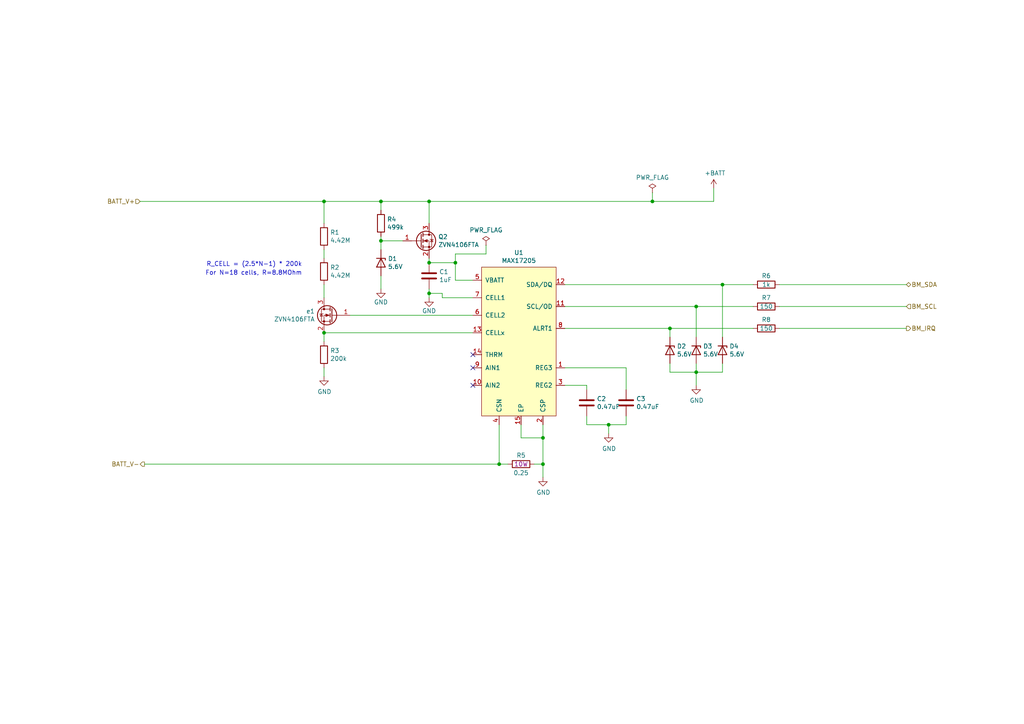
<source format=kicad_sch>
(kicad_sch (version 20230121) (generator eeschema)
  (paper "A4")
  (title_block (date "2020-06-17") (rev "R0.1") (comment 1 "Design by: Matt Casari"))
  (lib_symbols
    (symbol "Device:C" (pin_numbers hide) (pin_names (offset 0.254))
      (property "Reference" "C" (at 0.635 2.54 0))
      (property "Value" "C" (at 0.635 -2.54 0))
      (symbol "C_0_1"
        (polyline (pts (xy -2.032 -0.762) (xy 2.032 -0.762)) (stroke (width 0.508)))
        (polyline (pts (xy -2.032 0.762) (xy 2.032 0.762)) (stroke (width 0.508)))
      )
      (symbol "C_1_1"
        (pin passive line (at 0 3.81 270) (length 2.794) (name "~") (number "1"))
        (pin passive line (at 0 -3.81 90) (length 2.794) (name "~") (number "2"))
      )
    )
    (symbol "Device:D_Zener" (pin_numbers hide) (pin_names (offset 1.016) hide)
      (property "Reference" "D" (at 0 2.54 0))
      (property "Value" "D_Zener" (at 0 -2.54 0))
      (symbol "D_Zener_0_1"
        (polyline (pts (xy 1.27 0) (xy -1.27 0)))
        (polyline (pts (xy -1.27 -1.27) (xy -1.27 1.27) (xy -0.762 1.27)) (stroke (width 0.254)))
        (polyline (pts (xy 1.27 -1.27) (xy 1.27 1.27) (xy -1.27 0) (xy 1.27 -1.27)) (stroke (width 0.254)))
      )
      (symbol "D_Zener_1_1"
        (pin passive line (at -3.81 0 0) (length 2.54) (name "K") (number "1"))
        (pin passive line (at 3.81 0 180) (length 2.54) (name "A") (number "2"))
      )
    )
    (symbol "Device:R" (pin_numbers hide) (pin_names (offset 0))
      (property "Reference" "R" (at 2.032 0 90))
      (property "Value" "R" (at 0 0 90))
      (symbol "R_0_1"
        (rectangle (start -1.016 -2.54) (end 1.016 2.54) (stroke (width 0.254)))
      )
      (symbol "R_1_1"
        (pin passive line (at 0 3.81 270) (length 1.27) (name "~") (number "1"))
        (pin passive line (at 0 -3.81 90) (length 1.27) (name "~") (number "2"))
      )
    )
    (symbol "PMEL_BatteryManagement:MAX17205" (pin_names (offset 1.016))
      (property "Reference" "U" (at 5.08 17.78 0))
      (property "Value" "MAX17205" (at -6.35 17.78 0))
      (symbol "MAX17205_0_0"
        (pin power_out line (at 12.7 -12.7 180) (length 2.54) (name "REG3") (number "1"))
        (pin input line (at -13.97 -17.78 0) (length 2.54) (name "AIN2") (number "10"))
        (pin input line (at 12.7 5.08 180) (length 2.54) (name "SCL/OD") (number "11"))
        (pin bidirectional line (at 12.7 11.43 180) (length 2.54) (name "SDA/DQ") (number "12"))
        (pin passive line (at -13.97 -2.54 0) (length 2.54) (name "CELLx") (number "13"))
        (pin passive line (at -13.97 -8.89 0) (length 2.54) (name "THRM") (number "14"))
        (pin power_in line (at 0 -29.21 90) (length 2.54) (name "EP") (number "15"))
        (pin input line (at 6.35 -29.21 90) (length 2.54) (name "CSP") (number "2"))
        (pin power_out line (at 12.7 -17.78 180) (length 2.54) (name "REG2") (number "3"))
        (pin power_in line (at -6.35 -29.21 90) (length 2.54) (name "CSN") (number "4"))
        (pin power_in line (at -13.97 12.7 0) (length 2.54) (name "VBATT") (number "5"))
        (pin passive line (at -13.97 2.54 0) (length 2.54) (name "CELL2") (number "6"))
        (pin passive line (at -13.97 7.62 0) (length 2.54) (name "CELL1") (number "7"))
        (pin output line (at 12.7 -1.27 180) (length 2.54) (name "ALRT1") (number "8"))
        (pin input line (at -13.97 -12.7 0) (length 2.54) (name "AIN1") (number "9"))
      )
      (symbol "MAX17205_0_1"
        (rectangle (start -11.43 16.51) (end 10.16 -26.67) (fill (type background)))
      )
    )
    (symbol "Transistor_FET:2N7002" (pin_names hide)
      (property "Reference" "Q" (at 5.08 1.905 0))
      (property "Value" "2N7002" (at 5.08 0 0))
      (symbol "2N7002_0_1"
        (polyline (pts (xy 0.254 0) (xy -2.54 0)))
        (polyline (pts (xy 0.254 1.905) (xy 0.254 -1.905)) (stroke (width 0.254)))
        (polyline (pts (xy 0.762 -1.27) (xy 0.762 -2.286)) (stroke (width 0.254)))
        (polyline (pts (xy 0.762 0.508) (xy 0.762 -0.508)) (stroke (width 0.254)))
        (polyline (pts (xy 0.762 2.286) (xy 0.762 1.27)) (stroke (width 0.254)))
        (polyline (pts (xy 2.54 2.54) (xy 2.54 1.778)))
        (polyline (pts (xy 2.54 -2.54) (xy 2.54 0) (xy 0.762 0)))
        (polyline (pts (xy 0.762 -1.778) (xy 3.302 -1.778) (xy 3.302 1.778) (xy 0.762 1.778)))
        (polyline (pts (xy 1.016 0) (xy 2.032 0.381) (xy 2.032 -0.381) (xy 1.016 0)) (fill (type outline)))
        (polyline (pts (xy 2.794 0.508) (xy 2.921 0.381) (xy 3.683 0.381) (xy 3.81 0.254)))
        (polyline (pts (xy 3.302 0.381) (xy 2.921 -0.254) (xy 3.683 -0.254) (xy 3.302 0.381)))
        (circle (center 1.651 0) (radius 2.794) (stroke (width 0.254)))
        (circle (center 2.54 -1.778) (radius 0.254) (fill (type outline)))
        (circle (center 2.54 1.778) (radius 0.254) (fill (type outline)))
      )
      (symbol "2N7002_1_1"
        (pin input line (at -5.08 0 0) (length 2.54) (name "G") (number "1"))
        (pin passive line (at 2.54 -5.08 90) (length 2.54) (name "S") (number "2"))
        (pin passive line (at 2.54 5.08 270) (length 2.54) (name "D") (number "3"))
      )
    )
    (symbol "power:+BATT" (power) (pin_names (offset 0))
      (property "Value" "+BATT" (at 0 3.556 0))
      (symbol "+BATT_0_1"
        (polyline (pts (xy -0.762 1.27) (xy 0 2.54)))
        (polyline (pts (xy 0 0) (xy 0 2.54)))
        (polyline (pts (xy 0 2.54) (xy 0.762 1.27)))
      )
      (symbol "+BATT_1_1"
        (pin power_in line (at 0 0 90) (length 0) hide (name "+BATT") (number "1"))
      )
    )
    (symbol "power:GND" (power) (pin_names (offset 0))
      (property "Value" "GND" (at 0 -3.81 0))
      (symbol "GND_0_1"
        (polyline (pts (xy 0 0) (xy 0 -1.27) (xy 1.27 -1.27) (xy 0 -2.54) (xy -1.27 -1.27) (xy 0 -1.27)))
      )
      (symbol "GND_1_1"
        (pin power_in line (at 0 0 270) (length 0) hide (name "GND") (number "1"))
      )
    )
    (symbol "power:PWR_FLAG" (power) (pin_numbers hide) (pin_names (offset 0) hide)
      (property "Value" "PWR_FLAG" (at 0 3.81 0))
      (symbol "PWR_FLAG_0_0"
        (pin power_out line (at 0 0 90) (length 0) (name "pwr") (number "1"))
      )
      (symbol "PWR_FLAG_0_1"
        (polyline (pts (xy 0 0) (xy 0 1.27) (xy -1.016 1.905) (xy 0 2.54) (xy 1.016 1.905) (xy 0 1.27)))
      )
    )
  )
  (junction (at 209.55 82.55))
  (junction (at 93.98 58.42))
  (junction (at 144.78 134.62))
  (junction (at 132.08 76.2))
  (junction (at 176.53 123.19))
  (junction (at 201.93 107.95))
  (junction (at 110.49 58.42))
  (junction (at 124.46 58.42))
  (junction (at 110.49 69.85))
  (junction (at 157.48 134.62))
  (junction (at 93.98 96.52))
  (junction (at 157.48 127))
  (junction (at 194.31 95.25))
  (junction (at 124.46 85.09))
  (junction (at 189.23 58.42))
  (junction (at 124.46 76.2))
  (junction (at 201.93 88.9))
  (no_connect (at 137.16 111.76))
  (no_connect (at 137.16 106.68))
  (no_connect (at 137.16 102.87))
  (wire (pts (xy 124.46 58.42) (xy 189.23 58.42)))
  (wire (pts (xy 132.08 73.66) (xy 140.97 73.66)))
  (wire (pts (xy 128.27 85.09) (xy 124.46 85.09)))
  (wire (pts (xy 218.44 88.9) (xy 201.93 88.9)))
  (wire (pts (xy 124.46 85.09) (xy 124.46 83.82)))
  (wire (pts (xy 93.98 99.06) (xy 93.98 96.52)))
  (wire (pts (xy 189.23 58.42) (xy 207.01 58.42)))
  (wire (pts (xy 137.16 86.36) (xy 128.27 86.36)))
  (wire (pts (xy 209.55 105.41) (xy 209.55 107.95)))
  (wire (pts (xy 194.31 105.41) (xy 194.31 107.95)))
  (wire (pts (xy 209.55 107.95) (xy 201.93 107.95)))
  (wire (pts (xy 181.61 106.68) (xy 181.61 113.03)))
  (wire (pts (xy 93.98 74.93) (xy 93.98 72.39)))
  (wire (pts (xy 124.46 76.2) (xy 124.46 74.93)))
  (wire (pts (xy 132.08 81.28) (xy 132.08 76.2)))
  (wire (pts (xy 144.78 123.19) (xy 144.78 134.62)))
  (wire (pts (xy 170.18 123.19) (xy 170.18 120.65)))
  (wire (pts (xy 176.53 123.19) (xy 181.61 123.19)))
  (wire (pts (xy 218.44 95.25) (xy 194.31 95.25)))
  (wire (pts (xy 201.93 107.95) (xy 201.93 105.41)))
  (wire (pts (xy 207.01 58.42) (xy 207.01 54.61)))
  (wire (pts (xy 137.16 96.52) (xy 93.98 96.52)))
  (wire (pts (xy 170.18 111.76) (xy 163.83 111.76)))
  (wire (pts (xy 194.31 107.95) (xy 201.93 107.95)))
  (wire (pts (xy 163.83 82.55) (xy 209.55 82.55)))
  (wire (pts (xy 132.08 76.2) (xy 124.46 76.2)))
  (wire (pts (xy 151.13 123.19) (xy 151.13 127)))
  (wire (pts (xy 41.91 134.62) (xy 144.78 134.62)))
  (wire (pts (xy 163.83 106.68) (xy 181.61 106.68)))
  (wire (pts (xy 93.98 58.42) (xy 110.49 58.42)))
  (wire (pts (xy 140.97 71.12) (xy 140.97 73.66)))
  (wire (pts (xy 110.49 58.42) (xy 124.46 58.42)))
  (wire (pts (xy 151.13 127) (xy 157.48 127)))
  (wire (pts (xy 110.49 69.85) (xy 110.49 68.58)))
  (wire (pts (xy 226.06 82.55) (xy 262.89 82.55)))
  (wire (pts (xy 40.64 58.42) (xy 93.98 58.42)))
  (wire (pts (xy 226.06 95.25) (xy 262.89 95.25)))
  (wire (pts (xy 110.49 83.82) (xy 110.49 80.01)))
  (wire (pts (xy 181.61 123.19) (xy 181.61 120.65)))
  (wire (pts (xy 226.06 88.9) (xy 262.89 88.9)))
  (wire (pts (xy 93.98 86.36) (xy 93.98 82.55)))
  (wire (pts (xy 93.98 109.22) (xy 93.98 106.68)))
  (wire (pts (xy 101.6 91.44) (xy 137.16 91.44)))
  (wire (pts (xy 132.08 76.2) (xy 132.08 73.66)))
  (wire (pts (xy 154.94 134.62) (xy 157.48 134.62)))
  (wire (pts (xy 157.48 127) (xy 157.48 134.62)))
  (wire (pts (xy 93.98 64.77) (xy 93.98 58.42)))
  (wire (pts (xy 144.78 134.62) (xy 147.32 134.62)))
  (wire (pts (xy 110.49 60.96) (xy 110.49 58.42)))
  (wire (pts (xy 132.08 81.28) (xy 137.16 81.28)))
  (wire (pts (xy 157.48 123.19) (xy 157.48 127)))
  (wire (pts (xy 163.83 95.25) (xy 194.31 95.25)))
  (wire (pts (xy 209.55 97.79) (xy 209.55 82.55)))
  (wire (pts (xy 176.53 123.19) (xy 170.18 123.19)))
  (wire (pts (xy 128.27 86.36) (xy 128.27 85.09)))
  (wire (pts (xy 201.93 97.79) (xy 201.93 88.9)))
  (wire (pts (xy 201.93 111.76) (xy 201.93 107.95)))
  (wire (pts (xy 124.46 64.77) (xy 124.46 58.42)))
  (wire (pts (xy 189.23 55.88) (xy 189.23 58.42)))
  (wire (pts (xy 157.48 138.43) (xy 157.48 134.62)))
  (wire (pts (xy 170.18 113.03) (xy 170.18 111.76)))
  (wire (pts (xy 218.44 82.55) (xy 209.55 82.55)))
  (wire (pts (xy 116.84 69.85) (xy 110.49 69.85)))
  (wire (pts (xy 163.83 88.9) (xy 201.93 88.9)))
  (wire (pts (xy 194.31 95.25) (xy 194.31 97.79)))
  (wire (pts (xy 124.46 86.36) (xy 124.46 85.09)))
  (wire (pts (xy 176.53 125.73) (xy 176.53 123.19)))
  (wire (pts (xy 110.49 72.39) (xy 110.49 69.85)))
  (text "For N=18 cells, R=8.8MOhm" (at 87.63 80.01 0) (effects (font (size 1.27 1.27)) (justify right bottom)))
  (text "R_CELL = (2.5*N-1) * 200k" (at 87.63 77.47 0) (effects (font (size 1.27 1.27)) (justify right bottom)))
  (hierarchical_label "BM_SDA" (shape bidirectional) (at 262.89 82.55 0))
  (hierarchical_label "BM_SCL" (shape input) (at 262.89 88.9 0))
  (hierarchical_label "BATT_V+" (shape input) (at 40.64 58.42 180))
  (hierarchical_label "BM_IRQ" (shape output) (at 262.89 95.25 0))
  (hierarchical_label "BATT_V-" (shape output) (at 41.91 134.62 180))
  (symbol (lib_id "PMEL_BatteryManagement:MAX17205") (at 151.13 93.98 0) (unit 1)
    (property "Reference" "U1" (at 150.495 73.279 0))
    (property "Value" "MAX17205" (at 150.495 75.5904 0))
    (property "Footprint" "Package_DFN_QFN:DFN-14-1EP_3x3mm_P0.4mm_EP1.78x2.35mm" (effects hide))
    (property "Datasheet" "https://datasheets.maximintegrated.com/en/ds/MAX17201-MAX17215.pdf" (effects hide))
    (property "MPN" "MAX17205G+T" (effects hide))
  )
  (symbol (lib_id "power:GND") (at 157.48 138.43 0) (unit 1)
    (property "Reference" "#PWR04" (effects hide))
    (property "Value" "GND" (at 157.607 142.8242 0))
  )
  (symbol (lib_id "Device:R") (at 151.13 134.62 270) (unit 1)
    (property "Reference" "R5" (at 151.13 132.08 90))
    (property "Value" "0.25" (at 151.13 137.16 90))
    (property "Footprint" "Resistor_THT:R_Axial_Power_L48.0mm_W12.5mm_P55.88mm" (effects hide))
    (property "MPN" "RS010R2500FE73" (effects hide))
    (property "Power" "10W" (at 151.13 134.62 90))
  )
  (symbol (lib_id "Transistor_FET:2N7002") (at 96.52 91.44 0) (mirror y) (unit 1)
    (property "Reference" "e1" (at 91.313 90.2716 0) (effects (justify left)))
    (property "Value" "ZVN4106FTA" (at 91.313 92.583 0) (effects (justify left)))
    (property "Footprint" "Package_TO_SOT_SMD:SOT-23" (effects hide))
    (property "Datasheet" "https://www.fairchildsemi.com/datasheets/2N/2N7002.pdf" (effects hide))
    (property "MPN" "ZVN4106FTA" (effects hide))
  )
  (symbol (lib_id "Device:D_Zener") (at 201.93 101.6 270) (unit 1)
    (property "Reference" "D3" (at 203.9366 100.4316 90) (effects (justify left)))
    (property "Value" "5.6V" (at 203.9366 102.743 90) (effects (justify left)))
    (property "Footprint" "Diode_SMD:D_SOD-323_HandSoldering" (effects hide))
    (property "MPN" "UDZ5V6B-7" (effects hide))
  )
  (symbol (lib_id "Device:D_Zener") (at 194.31 101.6 270) (unit 1)
    (property "Reference" "D2" (at 196.3166 100.4316 90) (effects (justify left)))
    (property "Value" "5.6V" (at 196.3166 102.743 90) (effects (justify left)))
    (property "Footprint" "Diode_SMD:D_SOD-323_HandSoldering" (effects hide))
    (property "MPN" "UDZ5V6B-7" (effects hide))
  )
  (symbol (lib_id "Device:D_Zener") (at 209.55 101.6 270) (unit 1)
    (property "Reference" "D4" (at 211.5566 100.4316 90) (effects (justify left)))
    (property "Value" "5.6V" (at 211.5566 102.743 90) (effects (justify left)))
    (property "Footprint" "Diode_SMD:D_SOD-323_HandSoldering" (effects hide))
    (property "MPN" "UDZ5V6B-7" (effects hide))
  )
  (symbol (lib_id "Device:R") (at 222.25 82.55 270) (unit 1)
    (property "Reference" "R6" (at 222.25 80.01 90))
    (property "Value" "1k" (at 222.25 82.55 90))
    (property "Footprint" "Resistor_SMD:R_0805_2012Metric" (effects hide))
    (property "MPN" "RNCP0805FTD1K00" (effects hide))
  )
  (symbol (lib_id "Device:R") (at 222.25 88.9 270) (unit 1)
    (property "Reference" "R7" (at 222.25 86.36 90))
    (property "Value" "150" (at 222.25 88.9 90))
    (property "Footprint" "Resistor_SMD:R_0805_2012Metric" (effects hide))
    (property "MPN" "RNCP0805FTD150R" (effects hide))
  )
  (symbol (lib_id "Device:R") (at 222.25 95.25 270) (unit 1)
    (property "Reference" "R8" (at 222.25 92.71 90))
    (property "Value" "150" (at 222.25 95.25 90))
    (property "Footprint" "Resistor_SMD:R_0805_2012Metric" (effects hide))
    (property "MPN" "RNCP0805FTD150R" (effects hide))
  )
  (symbol (lib_id "Device:R") (at 93.98 102.87 0) (unit 1)
    (property "Reference" "R3" (at 95.758 101.7016 0) (effects (justify left)))
    (property "Value" "200k" (at 95.758 104.013 0) (effects (justify left)))
    (property "Footprint" "Resistor_SMD:R_0805_2012Metric" (effects hide))
    (property "MPN" "CRCW0805200KJNEA" (effects hide))
  )
  (symbol (lib_id "power:GND") (at 93.98 109.22 0) (unit 1)
    (property "Reference" "#PWR01" (effects hide))
    (property "Value" "GND" (at 94.107 113.6142 0))
  )
  (symbol (lib_id "Device:R") (at 93.98 68.58 0) (unit 1)
    (property "Reference" "R1" (at 95.758 67.4116 0) (effects (justify left)))
    (property "Value" "4.42M" (at 95.758 69.723 0) (effects (justify left)))
    (property "Footprint" "Resistor_SMD:R_0805_2012Metric" (effects hide))
    (property "MPN" "CRCW08054M42FKEA" (effects hide))
  )
  (symbol (lib_id "Device:R") (at 93.98 78.74 0) (unit 1)
    (property "Reference" "R2" (at 95.758 77.5716 0) (effects (justify left)))
    (property "Value" "4.42M" (at 95.758 79.883 0) (effects (justify left)))
    (property "Footprint" "Resistor_SMD:R_0805_2012Metric" (effects hide))
    (property "MPN" "CRCW08054M42FKEA" (effects hide))
  )
  (symbol (lib_id "power:GND") (at 201.93 111.76 0) (unit 1)
    (property "Reference" "#PWR06" (effects hide))
    (property "Value" "GND" (at 202.057 116.1542 0))
  )
  (symbol (lib_id "Transistor_FET:2N7002") (at 121.92 69.85 0) (unit 1)
    (property "Reference" "Q2" (at 127.1016 68.6816 0) (effects (justify left)))
    (property "Value" "ZVN4106FTA" (at 127.1016 70.993 0) (effects (justify left)))
    (property "Footprint" "Package_TO_SOT_SMD:SOT-23" (effects hide))
    (property "Datasheet" "https://www.fairchildsemi.com/datasheets/2N/2N7002.pdf" (effects hide))
    (property "MPN" "ZVN4106FTA" (effects hide))
  )
  (symbol (lib_id "Device:R") (at 110.49 64.77 0) (unit 1)
    (property "Reference" "R4" (at 112.268 63.6016 0) (effects (justify left)))
    (property "Value" "499k" (at 112.268 65.913 0) (effects (justify left)))
    (property "Footprint" "Resistor_SMD:R_0805_2012Metric" (effects hide))
    (property "MPN" "RC0805FR-07499KL" (effects hide))
  )
  (symbol (lib_id "Device:C") (at 170.18 116.84 0) (unit 1)
    (property "Reference" "C2" (at 173.101 115.6716 0) (effects (justify left)))
    (property "Value" "0.47uF" (at 173.101 117.983 0) (effects (justify left)))
    (property "Footprint" "Capacitor_SMD:C_0805_2012Metric" (effects hide))
    (property "MPN" "885012207102" (effects hide))
  )
  (symbol (lib_id "Device:C") (at 181.61 116.84 0) (unit 1)
    (property "Reference" "C3" (at 184.531 115.6716 0) (effects (justify left)))
    (property "Value" "0.47uF" (at 184.531 117.983 0) (effects (justify left)))
    (property "Footprint" "Capacitor_SMD:C_0805_2012Metric" (effects hide))
    (property "MPN" "885012207102" (effects hide))
  )
  (symbol (lib_id "power:GND") (at 176.53 125.73 0) (unit 1)
    (property "Reference" "#PWR05" (effects hide))
    (property "Value" "GND" (at 176.657 130.1242 0))
  )
  (symbol (lib_id "Device:D_Zener") (at 110.49 76.2 270) (unit 1)
    (property "Reference" "D1" (at 112.4966 75.0316 90) (effects (justify left)))
    (property "Value" "5.6V" (at 112.4966 77.343 90) (effects (justify left)))
    (property "Footprint" "Diode_SMD:D_SOD-323_HandSoldering" (effects hide))
    (property "MPN" "UDZ5V6B-7" (effects hide))
  )
  (symbol (lib_id "power:GND") (at 110.49 83.82 0) (unit 1)
    (property "Reference" "#PWR02" (effects hide))
    (property "Value" "GND" (at 110.49 87.63 0))
  )
  (symbol (lib_id "power:GND") (at 124.46 86.36 0) (unit 1)
    (property "Reference" "#PWR03" (effects hide))
    (property "Value" "GND" (at 124.46 90.17 0))
  )
  (symbol (lib_id "Device:C") (at 124.46 80.01 0) (unit 1)
    (property "Reference" "C1" (at 127.381 78.8416 0) (effects (justify left)))
    (property "Value" "1uF" (at 127.381 81.153 0) (effects (justify left)))
    (property "Footprint" "Capacitor_SMD:C_0805_2012Metric" (effects hide))
    (property "MPN" "GCM21BC72A105KE36L" (effects hide))
  )
  (symbol (lib_id "power:+BATT") (at 207.01 54.61 0) (unit 1)
    (property "Reference" "#PWR07" (effects hide))
    (property "Value" "+BATT" (at 207.391 50.2158 0))
  )
  (symbol (lib_id "power:PWR_FLAG") (at 189.23 55.88 0) (unit 1)
    (property "Reference" "#FLG0101" (effects hide))
    (property "Value" "PWR_FLAG" (at 189.23 51.4858 0))
  )
  (symbol (lib_id "power:PWR_FLAG") (at 140.97 71.12 0) (unit 1)
    (property "Reference" "#FLG0102" (effects hide))
    (property "Value" "PWR_FLAG" (at 140.97 66.7258 0))
  )
)
</source>
